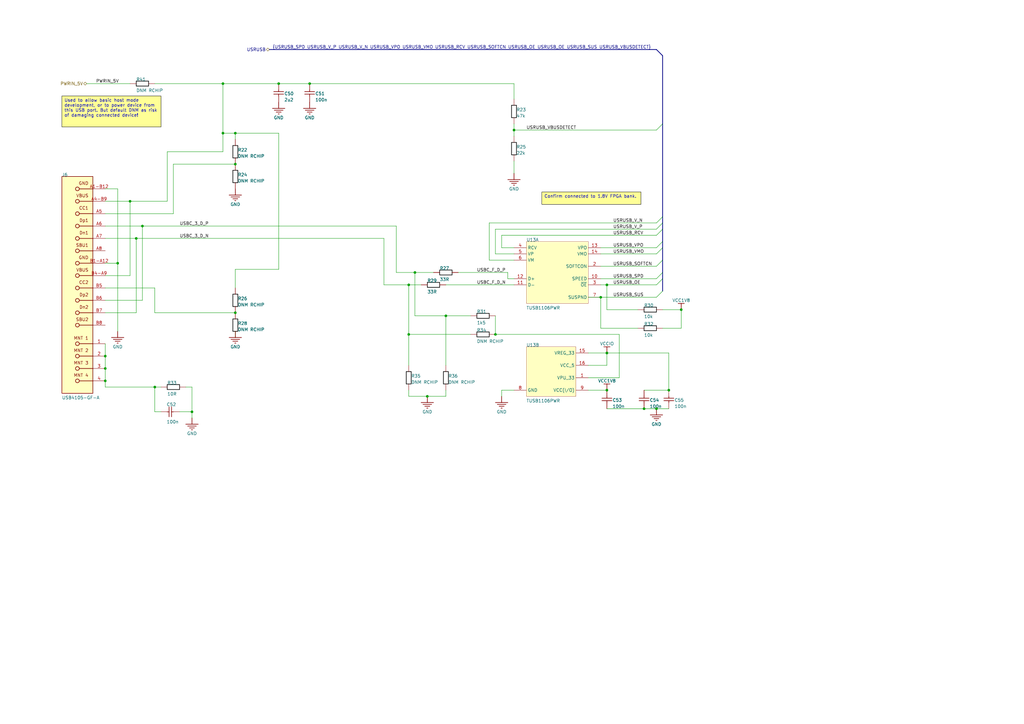
<source format=kicad_sch>
(kicad_sch (version 20231120) (generator "eeschema") (generator_version "8.0")
  (paper "A3")
  (title_block (title "NAE-SONATA-ONE") (date "2024-08-16") (rev "10") (company "NewAE Technology") (comment 2 "Apache-2"))
  (lib_symbols
    (symbol "SONATA-ONE-symbols:GND_POWER_GROUND" (power)
      (property "Reference" "#PWR" (at 0 0 0))
      (property "Value" "GND" (at 0 6.35 0))
      (symbol "GND_POWER_GROUND_0_0"
        (polyline (pts (xy -2.54 -2.54) (xy 2.54 -2.54)) (stroke (width 0.254)))
        (polyline (pts (xy -1.778 -3.302) (xy 1.778 -3.302)) (stroke (width 0.254)))
        (polyline (pts (xy -1.016 -4.064) (xy 1.016 -4.064)) (stroke (width 0.254)))
        (polyline (pts (xy -0.254 -4.826) (xy 0.254 -4.826)) (stroke (width 0.254)))
        (polyline (pts (xy 0 0) (xy 0 -2.54)) (stroke (width 0.254)))
        (pin power_in line (at 0 0 0) (length 0) hide (name "GND") (number ""))
      )
    )
    (symbol "SONATA-ONE-symbols:VCC1V8_BAR" (power)
      (property "Reference" "#PWR" (at 0 0 0))
      (property "Value" "VCC1V8" (at 0 3.81 0))
      (symbol "VCC1V8_BAR_0_0"
        (polyline (pts (xy -1.27 -2.54) (xy 1.27 -2.54)) (stroke (width 0.254)))
        (polyline (pts (xy 0 0) (xy 0 -2.54)) (stroke (width 0.254)))
        (pin power_in line (at 0 0 0) (length 0) hide (name "VCC1V8") (number ""))
      )
    )
    (symbol "SONATA-ONE-symbols:VCCIO_BAR" (power)
      (property "Reference" "#PWR" (at 0 0 0))
      (property "Value" "VCCIO" (at 0 3.81 0))
      (symbol "VCCIO_BAR_0_0"
        (polyline (pts (xy -1.27 -2.54) (xy 1.27 -2.54)) (stroke (width 0.254)))
        (polyline (pts (xy 0 0) (xy 0 -2.54)) (stroke (width 0.254)))
        (pin power_in line (at 0 0 0) (length 0) hide (name "VCCIO") (number ""))
      )
    )
    (symbol "SONATA-ONE-symbols:root_0_CAP"
      (symbol "root_0_CAP_1_0"
        (polyline (pts (xy -2.032 1.778) (xy 2.032 1.778)) (stroke (width 0.254)))
        (polyline (pts (xy 0 0) (xy 0 0.762)) (stroke (width 0.254)))
        (polyline (pts (xy 0 2.54) (xy 0 1.778)) (stroke (width 0.254)))
        (polyline (pts (xy 2.032 0.762) (xy -2.032 0.762)) (stroke (width 0.254)))
        (pin passive line (at 0 5.08 270) (length 2.54) (name "1") (number "1"))
        (pin passive line (at 0 -2.54 90) (length 2.54) (name "2") (number "2"))
      )
    )
    (symbol "SONATA-ONE-symbols:root_0_RES-EU"
      (symbol "root_0_RES-EU_1_0"
        (rectangle (start 1.016 2.54) (end -1.016 -2.54) (stroke (width 0.254) (color 0 0 0 1)))
        (pin passive line (at 0 5.08 270) (length 2.54) (name "1") (number "1"))
        (pin passive line (at 0 -5.08 90) (length 2.54) (name "2") (number "2"))
      )
    )
    (symbol "SONATA-ONE-symbols:root_0_e7c17a616881a82b79941196b4bec10"
      (property "Reference" "J" (at 0 0 0))
      (symbol "root_0_e7c17a616881a82b79941196b4bec10_1_0"
        (circle (center -11.43 -78.74) (radius 0.762) (stroke (width 0.254)))
        (circle (center -11.43 -73.66) (radius 0.762) (stroke (width 0.254)))
        (circle (center -11.43 -68.58) (radius 0.762) (stroke (width 0.254)))
        (circle (center -11.43 -63.5) (radius 0.762) (stroke (width 0.254)))
        (circle (center -11.43 -55.88) (radius 0.762) (stroke (width 0.254)))
        (circle (center -11.43 -50.8) (radius 0.762) (stroke (width 0.254)))
        (circle (center -11.43 -45.72) (radius 0.762) (stroke (width 0.254)))
        (circle (center -11.43 -40.64) (radius 0.762) (stroke (width 0.254)))
        (circle (center -11.43 -35.56) (radius 0.762) (stroke (width 0.254)))
        (circle (center -11.43 -30.48) (radius 0.762) (stroke (width 0.254)))
        (circle (center -11.43 -25.4) (radius 0.762) (stroke (width 0.254)))
        (circle (center -11.43 -20.32) (radius 0.762) (stroke (width 0.254)))
        (circle (center -11.43 -15.24) (radius 0.762) (stroke (width 0.254)))
        (circle (center -11.43 -10.16) (radius 0.762) (stroke (width 0.254)))
        (circle (center -11.43 -5.08) (radius 0.762) (stroke (width 0.254)))
        (circle (center -11.43 0) (radius 0.762) (stroke (width 0.254)))
        (rectangle (start -5.08 5.08) (end -17.78 -83.82) (stroke (width 0.254) (color 128 0 0 1)) (fill (type background)))
        (polyline (pts (xy -10.668 -78.74) (xy -5.08 -78.74)) (stroke (width 0.254)))
        (polyline (pts (xy -10.668 -73.66) (xy -5.08 -73.66)) (stroke (width 0.254)))
        (polyline (pts (xy -10.668 -68.58) (xy -5.08 -68.58)) (stroke (width 0.254)))
        (polyline (pts (xy -10.668 -63.5) (xy -5.08 -63.5)) (stroke (width 0.254)))
        (polyline (pts (xy -10.668 -55.88) (xy -5.08 -55.88)) (stroke (width 0.254)))
        (polyline (pts (xy -10.668 -50.8) (xy -5.08 -50.8)) (stroke (width 0.254)))
        (polyline (pts (xy -10.668 -45.72) (xy -5.08 -45.72)) (stroke (width 0.254)))
        (polyline (pts (xy -10.668 -40.64) (xy -5.08 -40.64)) (stroke (width 0.254)))
        (polyline (pts (xy -10.668 -35.56) (xy -5.08 -35.56)) (stroke (width 0.254)))
        (polyline (pts (xy -10.668 -30.48) (xy -5.08 -30.48)) (stroke (width 0.254)))
        (polyline (pts (xy -10.668 -25.4) (xy -5.08 -25.4)) (stroke (width 0.254)))
        (polyline (pts (xy -10.668 -20.32) (xy -5.08 -20.32)) (stroke (width 0.254)))
        (polyline (pts (xy -10.668 -15.24) (xy -5.08 -15.24)) (stroke (width 0.254)))
        (polyline (pts (xy -10.668 -10.16) (xy -5.08 -10.16)) (stroke (width 0.254)))
        (polyline (pts (xy -10.668 -5.08) (xy -5.08 -5.08)) (stroke (width 0.254)))
        (polyline (pts (xy -10.668 0) (xy -5.08 0)) (stroke (width 0.254)))
        (text "CC1" (at -6.858 -7.112 0) (effects (font (size 1.27 1.27)) (justify right top)))
        (text "CC2" (at -6.858 -37.592 0) (effects (font (size 1.27 1.27)) (justify right top)))
        (text "Dn1" (at -6.858 -17.272 0) (effects (font (size 1.27 1.27)) (justify right top)))
        (text "Dn2" (at -6.858 -47.752 0) (effects (font (size 1.27 1.27)) (justify right top)))
        (text "Dp1" (at -6.858 -12.192 0) (effects (font (size 1.27 1.27)) (justify right top)))
        (text "Dp2" (at -6.858 -42.672 0) (effects (font (size 1.27 1.27)) (justify right top)))
        (text "GND" (at -6.858 -27.432 0) (effects (font (size 1.27 1.27)) (justify right top)))
        (text "GND" (at -6.858 3.048 0) (effects (font (size 1.27 1.27)) (justify right top)))
        (text "MNT 1" (at -6.858 -60.452 0) (effects (font (size 1.27 1.27)) (justify right top)))
        (text "MNT 2" (at -6.858 -65.532 0) (effects (font (size 1.27 1.27)) (justify right top)))
        (text "MNT 3" (at -6.858 -70.612 0) (effects (font (size 1.27 1.27)) (justify right top)))
        (text "MNT 4" (at -6.858 -75.692 0) (effects (font (size 1.27 1.27)) (justify right top)))
        (text "SBU1" (at -6.858 -22.352 0) (effects (font (size 1.27 1.27)) (justify right top)))
        (text "SBU2" (at -6.858 -52.832 0) (effects (font (size 1.27 1.27)) (justify right top)))
        (text "VBUS" (at -6.858 -32.512 0) (effects (font (size 1.27 1.27)) (justify right top)))
        (text "VBUS" (at -6.858 -2.032 0) (effects (font (size 1.27 1.27)) (justify right top)))
        (pin power_in line (at 0 -63.5 180) (length 5.08) (name "MNT_1") (number "1"))
        (pin power_in line (at 0 -68.58 180) (length 5.08) (name "MNT_2") (number "2"))
        (pin power_in line (at 0 -73.66 180) (length 5.08) (name "MNT_3") (number "3"))
        (pin power_in line (at 0 -78.74 180) (length 5.08) (name "MNT_4") (number "4"))
        (pin power_in line (at 0 0 180) (length 5.08) (name "GND") (number "A1-B12"))
        (pin power_in line (at 0 -5.08 180) (length 5.08) (name "VBUS") (number "A4-B9"))
        (pin power_in line (at 0 -10.16 180) (length 5.08) (name "CC1") (number "A5"))
        (pin bidirectional line (at 0 -15.24 180) (length 5.08) (name "Dp1") (number "A6"))
        (pin bidirectional line (at 0 -20.32 180) (length 5.08) (name "Dn1") (number "A7"))
        (pin bidirectional line (at 0 -25.4 180) (length 5.08) (name "SBU1") (number "A8"))
        (pin bidirectional line (at 0 -30.48 180) (length 5.08) (name "GND") (number "B1-A12"))
        (pin bidirectional line (at 0 -35.56 180) (length 5.08) (name "VBUS") (number "B4-A9"))
        (pin bidirectional line (at 0 -40.64 180) (length 5.08) (name "CC2") (number "B5"))
        (pin bidirectional line (at 0 -45.72 180) (length 5.08) (name "Dp2") (number "B6"))
        (pin bidirectional line (at 0 -50.8 180) (length 5.08) (name "Dn2") (number "B7"))
        (pin power_in line (at 0 -55.88 180) (length 5.08) (name "SBU2") (number "B8"))
      )
    )
    (symbol "SONATA-ONE-symbols:root_0_mirrored_TI-TUSB1106-TSSOP_PW-16"
      (symbol "root_0_mirrored_TI-TUSB1106-TSSOP_PW-16_1_0"
        (rectangle (start 0 0) (end -25.4 -25.4) (stroke (width 0.0254) (color 128 0 0 1)) (fill (type background)))
        (pin input line (at 5.08 -15.24 180) (length 5.08) (name "SPEED") (number "10"))
        (pin bidirectional line (at -30.48 -17.78 0) (length 5.08) (name "D-") (number "11"))
        (pin bidirectional line (at -30.48 -15.24 0) (length 5.08) (name "D+") (number "12"))
        (pin input line (at 5.08 -2.54 180) (length 5.08) (name "VPO") (number "13"))
        (pin input line (at 5.08 -5.08 180) (length 5.08) (name "VMO") (number "14"))
        (pin input line (at 5.08 -10.16 180) (length 5.08) (name "SOFTCON") (number "2"))
        (pin input line (at 5.08 -17.78 180) (length 5.08) (name "~{OE}") (number "3"))
        (pin output line (at -30.48 -2.54 0) (length 5.08) (name "RCV") (number "4"))
        (pin output line (at -30.48 -5.08 0) (length 5.08) (name "VP") (number "5"))
        (pin output line (at -30.48 -7.62 0) (length 5.08) (name "VM") (number "6"))
        (pin input line (at 5.08 -22.86 180) (length 5.08) (name "SUSPND") (number "7"))
      )
      (symbol "root_0_mirrored_TI-TUSB1106-TSSOP_PW-16_2_0"
        (rectangle (start 0 0) (end -20.32 -20.32) (stroke (width 0.0254) (color 128 0 0 1)) (fill (type background)))
        (pin power_in line (at 5.08 -12.7 180) (length 5.08) (name "VPU_33") (number "1"))
        (pin power_in line (at 5.08 -2.54 180) (length 5.08) (name "VREG_33") (number "15"))
        (pin power_in line (at 5.08 -7.62 180) (length 5.08) (name "VCC_5") (number "16"))
        (pin power_in line (at -25.4 -17.78 0) (length 5.08) (name "GND") (number "8"))
        (pin power_in line (at 5.08 -17.78 180) (length 5.08) (name "VCC(I/O)") (number "9"))
      )
    )
    (symbol "SONATA-ONE-symbols:root_1_CAP"
      (symbol "root_1_CAP_1_0"
        (polyline (pts (xy -2.54 0) (xy -1.778 0)) (stroke (width 0.254)))
        (polyline (pts (xy -1.778 -2.032) (xy -1.778 2.032)) (stroke (width 0.254)))
        (polyline (pts (xy -0.762 2.032) (xy -0.762 -2.032)) (stroke (width 0.254)))
        (polyline (pts (xy 0 0) (xy -0.762 0)) (stroke (width 0.254)))
        (pin passive line (at -5.08 0 0) (length 2.54) (name "1") (number "1"))
        (pin passive line (at 2.54 0 180) (length 2.54) (name "2") (number "2"))
      )
    )
    (symbol "SONATA-ONE-symbols:root_1_RES-EU"
      (symbol "root_1_RES-EU_1_0"
        (rectangle (start 2.54 1.016) (end -2.54 -1.016) (stroke (width 0.254) (color 0 0 0 1)))
        (pin passive line (at -5.08 0 0) (length 2.54) (name "1") (number "1"))
        (pin passive line (at 5.08 0 180) (length 2.54) (name "2") (number "2"))
      )
    )
    (symbol "SONATA-ONE-symbols:root_2_RES-EU"
      (symbol "root_2_RES-EU_1_0"
        (rectangle (start 1.016 2.54) (end -1.016 -2.54) (stroke (width 0.254) (color 0 0 0 1)))
        (pin passive line (at 0 -5.08 90) (length 2.54) (name "1") (number "1"))
        (pin passive line (at 0 5.08 270) (length 2.54) (name "2") (number "2"))
      )
    )
    (symbol "SONATA-ONE-symbols:root_3_RES-EU"
      (symbol "root_3_RES-EU_1_0"
        (rectangle (start 2.54 1.016) (end -2.54 -1.016) (stroke (width 0.254) (color 0 0 0 1)))
        (pin passive line (at 5.08 0 180) (length 2.54) (name "1") (number "1"))
        (pin passive line (at -5.08 0 0) (length 2.54) (name "2") (number "2"))
      )
    )
  )
  (junction (at 264.16 167.64))
  (junction (at 269.24 167.64))
  (junction (at 91.44 34.29))
  (junction (at 248.92 116.84))
  (junction (at 78.74 168.91))
  (junction (at 58.42 92.71))
  (junction (at 96.52 54.61))
  (junction (at 246.38 121.92))
  (junction (at 55.88 97.79))
  (junction (at 43.18 151.13))
  (junction (at 210.82 53.34))
  (junction (at 248.92 160.02))
  (junction (at 43.18 146.05))
  (junction (at 114.3 34.29))
  (junction (at 48.26 107.95))
  (junction (at 279.4 127))
  (junction (at 63.5 158.75))
  (junction (at 43.18 156.21))
  (junction (at 167.64 116.84))
  (junction (at 203.2 137.16))
  (junction (at 96.52 128.27))
  (junction (at 175.26 162.56))
  (junction (at 248.92 144.78))
  (junction (at 127 34.29))
  (junction (at 53.34 82.55))
  (junction (at 182.88 129.54))
  (junction (at 96.52 67.31))
  (junction (at 91.44 54.61))
  (junction (at 167.64 137.16))
  (junction (at 170.18 111.76))
  (junction (at 274.32 160.02))
  (bus_entry (at 269.24 101.6) (size 2.54 -2.54))
  (bus_entry (at 269.24 114.3) (size 2.54 -2.54))
  (bus_entry (at 269.24 93.98) (size 2.54 -2.54))
  (bus_entry (at 269.24 109.22) (size 2.54 -2.54))
  (bus_entry (at 269.24 91.44) (size 2.54 -2.54))
  (bus_entry (at 269.24 104.14) (size 2.54 -2.54))
  (bus_entry (at 269.24 121.92) (size 2.54 -2.54))
  (bus_entry (at 269.24 53.34) (size 2.54 -2.54))
  (bus_entry (at 269.24 96.52) (size 2.54 -2.54))
  (bus_entry (at 269.24 116.84) (size 2.54 -2.54))
  (wire (pts (xy 182.88 149.86) (xy 182.88 129.54)))
  (wire (pts (xy 241.3 154.94) (xy 254 154.94)))
  (wire (pts (xy 205.74 101.6) (xy 205.74 96.52)))
  (wire (pts (xy 63.5 128.27) (xy 96.52 128.27)))
  (wire (pts (xy 248.92 116.84) (xy 246.38 116.84)))
  (wire (pts (xy 167.64 116.84) (xy 167.64 137.16)))
  (wire (pts (xy 182.88 160.02) (xy 182.88 162.56)))
  (wire (pts (xy 58.42 123.19) (xy 43.18 123.19)))
  (wire (pts (xy 114.3 110.49) (xy 114.3 54.61)))
  (wire (pts (xy 170.18 111.76) (xy 162.56 111.76)))
  (wire (pts (xy 175.26 162.56) (xy 167.64 162.56)))
  (wire (pts (xy 48.26 107.95) (xy 48.26 135.89)))
  (wire (pts (xy 248.92 167.64) (xy 264.16 167.64)))
  (wire (pts (xy 193.04 129.54) (xy 182.88 129.54)))
  (wire (pts (xy 177.8 111.76) (xy 170.18 111.76)))
  (wire (pts (xy 200.66 91.44) (xy 269.24 91.44)))
  (wire (pts (xy 271.78 134.62) (xy 279.4 134.62)))
  (bus (pts (xy 271.78 99.06) (xy 271.78 93.98)))
  (wire (pts (xy 210.82 106.68) (xy 200.66 106.68)))
  (wire (pts (xy 248.92 116.84) (xy 269.24 116.84)))
  (wire (pts (xy 96.52 110.49) (xy 114.3 110.49)))
  (wire (pts (xy 63.5 34.29) (xy 91.44 34.29)))
  (bus (pts (xy 271.78 88.9) (xy 271.78 50.8)))
  (wire (pts (xy 43.18 107.95) (xy 48.26 107.95)))
  (wire (pts (xy 246.38 104.14) (xy 269.24 104.14)))
  (wire (pts (xy 203.2 104.14) (xy 203.2 93.98)))
  (wire (pts (xy 43.18 128.27) (xy 55.88 128.27)))
  (wire (pts (xy 91.44 62.23) (xy 68.58 62.23)))
  (wire (pts (xy 114.3 54.61) (xy 96.52 54.61)))
  (wire (pts (xy 43.18 158.75) (xy 43.18 156.21)))
  (wire (pts (xy 63.5 118.11) (xy 63.5 128.27)))
  (wire (pts (xy 205.74 96.52) (xy 269.24 96.52)))
  (wire (pts (xy 172.72 116.84) (xy 167.64 116.84)))
  (bus (pts (xy 271.78 119.38) (xy 271.78 114.3)))
  (wire (pts (xy 241.3 160.02) (xy 248.92 160.02)))
  (wire (pts (xy 210.82 101.6) (xy 205.74 101.6)))
  (wire (pts (xy 210.82 160.02) (xy 205.74 160.02)))
  (wire (pts (xy 71.12 67.31) (xy 96.52 67.31)))
  (wire (pts (xy 63.5 168.91) (xy 63.5 158.75)))
  (wire (pts (xy 182.88 129.54) (xy 170.18 129.54)))
  (wire (pts (xy 200.66 106.68) (xy 200.66 91.44)))
  (wire (pts (xy 210.82 50.8) (xy 210.82 53.34)))
  (wire (pts (xy 203.2 137.16) (xy 203.2 129.54)))
  (bus (pts (xy 271.78 93.98) (xy 271.78 91.44)))
  (wire (pts (xy 241.3 149.86) (xy 248.92 149.86)))
  (wire (pts (xy 208.28 111.76) (xy 187.96 111.76)))
  (wire (pts (xy 35.56 34.29) (xy 53.34 34.29)))
  (wire (pts (xy 208.28 114.3) (xy 208.28 111.76)))
  (wire (pts (xy 43.18 87.63) (xy 71.12 87.63)))
  (wire (pts (xy 43.18 146.05) (xy 43.18 151.13)))
  (wire (pts (xy 157.48 116.84) (xy 157.48 97.79)))
  (wire (pts (xy 43.18 151.13) (xy 43.18 156.21)))
  (bus (pts (xy 271.78 111.76) (xy 271.78 106.68)))
  (wire (pts (xy 48.26 77.47) (xy 48.26 107.95)))
  (wire (pts (xy 210.82 116.84) (xy 182.88 116.84)))
  (wire (pts (xy 167.64 116.84) (xy 157.48 116.84)))
  (wire (pts (xy 274.32 160.02) (xy 264.16 160.02)))
  (wire (pts (xy 162.56 92.71) (xy 58.42 92.71)))
  (wire (pts (xy 91.44 34.29) (xy 91.44 54.61)))
  (wire (pts (xy 76.2 158.75) (xy 78.74 158.75)))
  (wire (pts (xy 248.92 149.86) (xy 248.92 144.78)))
  (wire (pts (xy 248.92 144.78) (xy 274.32 144.78)))
  (wire (pts (xy 55.88 128.27) (xy 55.88 97.79)))
  (wire (pts (xy 71.12 87.63) (xy 71.12 67.31)))
  (wire (pts (xy 162.56 111.76) (xy 162.56 92.71)))
  (wire (pts (xy 167.64 137.16) (xy 193.04 137.16)))
  (wire (pts (xy 241.3 121.92) (xy 246.38 121.92)))
  (wire (pts (xy 53.34 113.03) (xy 53.34 82.55)))
  (wire (pts (xy 53.34 82.55) (xy 43.18 82.55)))
  (wire (pts (xy 114.3 34.29) (xy 91.44 34.29)))
  (wire (pts (xy 248.92 144.78) (xy 241.3 144.78)))
  (wire (pts (xy 167.64 162.56) (xy 167.64 160.02)))
  (wire (pts (xy 96.52 54.61) (xy 91.44 54.61)))
  (wire (pts (xy 210.82 114.3) (xy 208.28 114.3)))
  (bus (pts (xy 271.78 50.8) (xy 271.78 22.86)))
  (wire (pts (xy 210.82 53.34) (xy 269.24 53.34)))
  (bus (pts (xy 271.78 22.86) (xy 269.24 20.32)))
  (wire (pts (xy 264.16 167.64) (xy 269.24 167.64)))
  (wire (pts (xy 58.42 92.71) (xy 58.42 123.19)))
  (wire (pts (xy 261.62 127) (xy 248.92 127)))
  (wire (pts (xy 203.2 93.98) (xy 269.24 93.98)))
  (wire (pts (xy 210.82 104.14) (xy 203.2 104.14)))
  (wire (pts (xy 254 137.16) (xy 203.2 137.16)))
  (wire (pts (xy 182.88 162.56) (xy 175.26 162.56)))
  (wire (pts (xy 210.82 66.04) (xy 210.82 71.12)))
  (wire (pts (xy 127 34.29) (xy 114.3 34.29)))
  (wire (pts (xy 96.52 135.89) (xy 96.52 138.43)))
  (wire (pts (xy 43.18 140.97) (xy 43.18 146.05)))
  (wire (pts (xy 68.58 82.55) (xy 53.34 82.55)))
  (wire (pts (xy 279.4 127) (xy 279.4 134.62)))
  (wire (pts (xy 43.18 118.11) (xy 63.5 118.11)))
  (wire (pts (xy 63.5 158.75) (xy 43.18 158.75)))
  (bus (pts (xy 110.49 20.32) (xy 269.24 20.32)))
  (wire (pts (xy 246.38 121.92) (xy 269.24 121.92)))
  (bus (pts (xy 271.78 114.3) (xy 271.78 111.76)))
  (wire (pts (xy 91.44 54.61) (xy 91.44 62.23)))
  (wire (pts (xy 269.24 167.64) (xy 274.32 167.64)))
  (wire (pts (xy 271.78 127) (xy 279.4 127)))
  (wire (pts (xy 261.62 134.62) (xy 246.38 134.62)))
  (wire (pts (xy 96.52 118.11) (xy 96.52 110.49)))
  (wire (pts (xy 246.38 134.62) (xy 246.38 121.92)))
  (wire (pts (xy 246.38 114.3) (xy 269.24 114.3)))
  (wire (pts (xy 43.18 77.47) (xy 48.26 77.47)))
  (wire (pts (xy 210.82 40.64) (xy 210.82 34.29)))
  (wire (pts (xy 167.64 137.16) (xy 167.64 149.86)))
  (wire (pts (xy 210.82 34.29) (xy 127 34.29)))
  (wire (pts (xy 96.52 57.15) (xy 96.52 54.61)))
  (wire (pts (xy 55.88 97.79) (xy 43.18 97.79)))
  (wire (pts (xy 246.38 101.6) (xy 269.24 101.6)))
  (wire (pts (xy 248.92 127) (xy 248.92 116.84)))
  (wire (pts (xy 78.74 168.91) (xy 73.66 168.91)))
  (wire (pts (xy 205.74 160.02) (xy 205.74 162.56)))
  (wire (pts (xy 246.38 109.22) (xy 269.24 109.22)))
  (wire (pts (xy 78.74 171.45) (xy 78.74 168.91)))
  (wire (pts (xy 43.18 92.71) (xy 58.42 92.71)))
  (wire (pts (xy 66.04 158.75) (xy 63.5 158.75)))
  (wire (pts (xy 78.74 158.75) (xy 78.74 168.91)))
  (bus (pts (xy 271.78 106.68) (xy 271.78 101.6)))
  (wire (pts (xy 68.58 62.23) (xy 68.58 82.55)))
  (wire (pts (xy 274.32 144.78) (xy 274.32 160.02)))
  (bus (pts (xy 271.78 101.6) (xy 271.78 99.06)))
  (wire (pts (xy 210.82 53.34) (xy 210.82 55.88)))
  (wire (pts (xy 157.48 97.79) (xy 55.88 97.79)))
  (wire (pts (xy 66.04 168.91) (xy 63.5 168.91)))
  (wire (pts (xy 43.18 113.03) (xy 53.34 113.03)))
  (wire (pts (xy 254 154.94) (xy 254 137.16)))
  (bus (pts (xy 271.78 91.44) (xy 271.78 88.9)))
  (wire (pts (xy 170.18 129.54) (xy 170.18 111.76)))
  (text_box "Confirm connected to 1.8V FPGA bank." (at 222.25 78.74 0) (size 40.64 5.08) (stroke (width 0) (color 0 0 0 1)) (fill (type color) (color 255 255 150 1)) (effects (font (size 1.27 1.27)) (justify left top)))
  (text_box "Used to allow basic host mode development, or to power device from this USB port. But default DNM as risk of damaging connected device!" (at 66.04 39.37 0) (size -40.64 12.7) (stroke (width 0) (color 0 0 0 1)) (fill (type color) (color 255 255 150 1)) (effects (font (size 1.27 1.27)) (justify left top)))
  (label "USRUSB_V_N" (at 251.46 91.44 0))
  (label "USBC_3_D_P" (at 73.66 92.71 0))
  (label "USRUSB_SUS" (at 251.46 121.92 0))
  (label "USBC_F_D_N" (at 195.58 116.84 0))
  (label "USBC_3_D_N" (at 73.66 97.79 0))
  (label "{USRUSB_SPD USRUSB_V_P USRUSB_V_N USRUSB_VPO USRUSB_VMO USRUSB_RCV USRUSB_SOFTCN USRUSB_OE USRUSB_OE USRUSB_SUS USRUSB_VBUSDETECT}" (at 111.76 20.32 0))
  (label "PWRIN_5V" (at 39.37 34.29 0))
  (label "USRUSB_VMO" (at 251.46 104.14 0))
  (label "USRUSB_RCV" (at 251.46 96.52 0))
  (label "USRUSB_VPO" (at 251.46 101.6 0))
  (label "USRUSB_SPD" (at 251.46 114.3 0))
  (label "USRUSB_V_P" (at 251.46 93.98 0))
  (label "USRUSB_SOFTCN" (at 251.46 109.22 0))
  (label "USRUSB_VBUSDETECT" (at 215.9 53.34 0))
  (label "USBC_F_D_P" (at 195.58 111.76 0))
  (label "USRUSB_OE" (at 251.46 116.84 0))
  (hierarchical_label "PWRIN_5V" (shape bidirectional) (at 35.56 34.29 180))
  (hierarchical_label "USRUSB" (shape bidirectional) (at 110.49 20.32 180))
  (symbol (lib_id "SONATA-ONE-symbols:root_0_mirrored_TI-TUSB1106-TSSOP_PW-16") (at 241.3 99.06 0) (unit 1)
    (property "Reference" "U13" (at 215.9 99.06 0) (effects (justify left bottom)))
    (property "Value" "TUSB1106PWR" (at 215.9 127 0) (effects (justify left bottom)))
    (property "Footprint" "SONATA-ONE-LIBRARY:PW0016A_L" (effects (hide yes)))
    (property "Description" "Advanced USB Transciever, Full Speed, Differential, +/-15 KV, -40 to 85 degC, 16-Pin TSSOP (PW), Green (RoHS & no Sb/Br)" (effects (hide yes)))
  )
  (symbol (lib_id "SONATA-ONE-symbols:root_1_RES-EU") (at 177.8 116.84 0) (unit 1)
    (property "Reference" "R29" (at 175.26 115.824 0) (effects (justify left bottom)))
    (property "Value" "33R" (at 175.26 120.396 0) (effects (justify left bottom)))
    (property "Footprint" "SONATA-ONE-LIBRARY:RESC1608X55N" (effects (hide yes)))
    (property "Description" "10k res, 0402, 1%, 1/16W" (effects (hide yes)))
    (property "MANUFACTURE PART NUMBER 1" "RC0603FR-0733RL" (effects (hide yes)))
  )
  (symbol (lib_id "SONATA-ONE-symbols:root_0_RES-EU") (at 96.52 62.23 0) (unit 1)
    (property "Reference" "R22" (at 97.536 62.23 0) (effects (justify left bottom)))
    (property "Value" "DNM RCHIP" (at 97.536 64.77 0) (effects (justify left bottom)))
    (property "Footprint" "SONATA-ONE-LIBRARY:RESC1608X55N" (effects (hide yes)))
    (property "Description" "10k res, 0402, 1%, 1/16W" (effects (hide yes)))
  )
  (symbol (lib_id "SONATA-ONE-symbols:root_1_RES-EU") (at 71.12 158.75 0) (unit 1)
    (property "Reference" "R33" (at 68.58 157.734 0) (effects (justify left bottom)))
    (property "Value" "10R" (at 68.58 162.306 0) (effects (justify left bottom)))
    (property "Footprint" "SONATA-ONE-LIBRARY:RESC1608X55N" (effects (hide yes)))
    (property "Description" "10k res, 0402, 1%, 1/16W" (effects (hide yes)))
    (property "MANUFACTURE PART NUMBER 1" "RC0603FR-0710RL" (effects (hide yes)))
  )
  (symbol (lib_id "SONATA-ONE-symbols:root_0_CAP") (at 264.16 165.1 0) (unit 1)
    (property "Reference" "C54" (at 266.446 164.846 0) (effects (justify left bottom)))
    (property "Value" "100n" (at 266.446 167.386 0) (effects (justify left bottom)))
    (property "Footprint" "SONATA-ONE-LIBRARY:CAPC0402_M" (effects (hide yes)))
    (property "Description" "100n, 0402" (effects (hide yes)))
    (property "MANUFACTURE PART NUMBER 1" "CGA2B3X7R1V104K050BB" (effects (hide yes)))
  )
  (symbol (lib_id "SONATA-ONE-symbols:GND_POWER_GROUND") (at 127 41.91 0) (unit 1)
    (property "Reference" "#PWR0235" (effects (hide yes)))
    (property "Value" "GND" (at 127 48.26 0))
    (property "Description" "Power symbol creates a global label with name 'GND'" (effects (hide yes)))
  )
  (symbol (lib_id "SONATA-ONE-symbols:root_1_RES-EU") (at 266.7 127 0) (unit 1)
    (property "Reference" "R30" (at 264.16 125.984 0) (effects (justify left bottom)))
    (property "Value" "10k" (at 264.16 130.556 0) (effects (justify left bottom)))
    (property "Footprint" "SONATA-ONE-LIBRARY:RESC1005X40N" (effects (hide yes)))
    (property "Description" "10k res, 0402, 1%, 1/16W" (effects (hide yes)))
    (property "MANUFACTURE PART NUMBER 1" "RC0402FR-0710KL" (effects (hide yes)))
  )
  (symbol (lib_id "SONATA-ONE-symbols:VCC1V8_BAR") (at 279.4 127 180) (unit 1)
    (property "Reference" "#PWR0242" (effects (hide yes)))
    (property "Value" "VCC1V8" (at 279.4 123.19 0))
    (property "Description" "Power symbol creates a global label with name 'VCC1V8'" (effects (hide yes)))
  )
  (symbol (lib_id "SONATA-ONE-symbols:GND_POWER_GROUND") (at 96.52 77.47 0) (unit 1)
    (property "Reference" "#PWR0232" (effects (hide yes)))
    (property "Value" "GND" (at 96.52 83.82 0))
    (property "Description" "Power symbol creates a global label with name 'GND'" (effects (hide yes)))
  )
  (symbol (lib_id "SONATA-ONE-symbols:root_0_mirrored_TI-TUSB1106-TSSOP_PW-16") (at 236.22 142.24 0) (unit 2)
    (property "Reference" "U13" (at 215.9 142.24 0) (effects (justify left bottom)))
    (property "Value" "TUSB1106PWR" (at 215.9 165.1 0) (effects (justify left bottom)))
    (property "Footprint" "SONATA-ONE-LIBRARY:PW0016A_L" (effects (hide yes)))
    (property "Description" "Advanced USB Transciever, Full Speed, Differential, +/-15 KV, -40 to 85 degC, 16-Pin TSSOP (PW), Green (RoHS & no Sb/Br)" (effects (hide yes)))
  )
  (symbol (lib_id "SONATA-ONE-symbols:root_0_CAP") (at 114.3 39.37 0) (unit 1)
    (property "Reference" "C50" (at 116.586 39.116 0) (effects (justify left bottom)))
    (property "Value" "2u2" (at 116.586 41.656 0) (effects (justify left bottom)))
    (property "Footprint" "SONATA-ONE-LIBRARY:CAPC0603_M" (effects (hide yes)))
    (property "Description" "100n, 0402" (effects (hide yes)))
    (property "MANUFACTURE PART NUMBER 1" "CL10B225KP8NNNC" (effects (hide yes)))
  )
  (symbol (lib_id "SONATA-ONE-symbols:root_1_RES-EU") (at 198.12 129.54 0) (unit 1)
    (property "Reference" "R31" (at 195.58 128.524 0) (effects (justify left bottom)))
    (property "Value" "1k5" (at 195.58 133.096 0) (effects (justify left bottom)))
    (property "Footprint" "SONATA-ONE-LIBRARY:RESC1608X55N" (effects (hide yes)))
    (property "Description" "10k res, 0402, 1%, 1/16W" (effects (hide yes)))
    (property "MANUFACTURE PART NUMBER 1" "RC0603FR-071K5L" (effects (hide yes)))
  )
  (symbol (lib_id "SONATA-ONE-symbols:VCCIO_BAR") (at 248.92 144.78 180) (unit 1)
    (property "Reference" "#PWR0239" (effects (hide yes)))
    (property "Value" "VCCIO" (at 248.92 140.97 0))
    (property "Description" "Power symbol creates a global label with name 'VCCIO'" (effects (hide yes)))
  )
  (symbol (lib_id "SONATA-ONE-symbols:VCC1V8_BAR") (at 248.92 160.02 180) (unit 1)
    (property "Reference" "#PWR0240" (effects (hide yes)))
    (property "Value" "VCC1V8" (at 248.92 156.21 0))
    (property "Description" "Power symbol creates a global label with name 'VCC1V8'" (effects (hide yes)))
  )
  (symbol (lib_id "SONATA-ONE-symbols:root_0_RES-EU") (at 96.52 123.19 0) (unit 1)
    (property "Reference" "R26" (at 97.536 123.19 0) (effects (justify left bottom)))
    (property "Value" "DNM RCHIP" (at 97.536 125.73 0) (effects (justify left bottom)))
    (property "Footprint" "SONATA-ONE-LIBRARY:RESC1608X55N" (effects (hide yes)))
    (property "Description" "10k res, 0402, 1%, 1/16W" (effects (hide yes)))
  )
  (symbol (lib_id "SONATA-ONE-symbols:root_0_RES-EU") (at 210.82 45.72 0) (unit 1)
    (property "Reference" "R23" (at 211.836 45.72 0) (effects (justify left bottom)))
    (property "Value" "47k" (at 211.836 48.26 0) (effects (justify left bottom)))
    (property "Footprint" "SONATA-ONE-LIBRARY:RESC1005X40N" (effects (hide yes)))
    (property "Description" "10k res, 0402, 1%, 1/16W" (effects (hide yes)))
    (property "MANUFACTURE PART NUMBER 1" "RC0402FR-0747KL" (effects (hide yes)))
  )
  (symbol (lib_id "SONATA-ONE-symbols:GND_POWER_GROUND") (at 269.24 167.64 0) (unit 1)
    (property "Reference" "#PWR0241" (effects (hide yes)))
    (property "Value" "GND" (at 269.24 173.99 0))
    (property "Description" "Power symbol creates a global label with name 'GND'" (effects (hide yes)))
  )
  (symbol (lib_id "SONATA-ONE-symbols:root_1_CAP") (at 71.12 168.91 0) (unit 1)
    (property "Reference" "C52" (at 68.326 166.624 0) (effects (justify left bottom)))
    (property "Value" "100n" (at 68.326 173.736 0) (effects (justify left bottom)))
    (property "Footprint" "SONATA-ONE-LIBRARY:CAPC0603_M" (effects (hide yes)))
    (property "Description" "100n, 0603" (effects (hide yes)))
    (property "MANUFACTURE PART NUMBER 1" "C0603C104K5RACTU" (effects (hide yes)))
  )
  (symbol (lib_id "SONATA-ONE-symbols:root_0_CAP") (at 274.32 165.1 0) (unit 1)
    (property "Reference" "C55" (at 276.606 164.846 0) (effects (justify left bottom)))
    (property "Value" "100n" (at 276.606 167.386 0) (effects (justify left bottom)))
    (property "Footprint" "SONATA-ONE-LIBRARY:CAPC0402_M" (effects (hide yes)))
    (property "Description" "100n, 0402" (effects (hide yes)))
    (property "MANUFACTURE PART NUMBER 1" "CGA2B3X7R1V104K050BB" (effects (hide yes)))
  )
  (symbol (lib_id "SONATA-ONE-symbols:GND_POWER_GROUND") (at 78.74 171.45 0) (unit 1)
    (property "Reference" "#PWR0231" (effects (hide yes)))
    (property "Value" "GND" (at 78.74 177.8 0))
    (property "Description" "Power symbol creates a global label with name 'GND'" (effects (hide yes)))
  )
  (symbol (lib_id "SONATA-ONE-symbols:root_0_CAP") (at 127 39.37 0) (unit 1)
    (property "Reference" "C51" (at 129.286 39.116 0) (effects (justify left bottom)))
    (property "Value" "100n" (at 129.286 41.656 0) (effects (justify left bottom)))
    (property "Footprint" "SONATA-ONE-LIBRARY:CAPC0402_M" (effects (hide yes)))
    (property "Description" "100n, 0402" (effects (hide yes)))
    (property "MANUFACTURE PART NUMBER 1" "CGA2B3X7R1V104K050BB" (effects (hide yes)))
  )
  (symbol (lib_id "SONATA-ONE-symbols:root_0_CAP") (at 248.92 165.1 0) (unit 1)
    (property "Reference" "C53" (at 251.206 164.846 0) (effects (justify left bottom)))
    (property "Value" "100n" (at 251.206 167.386 0) (effects (justify left bottom)))
    (property "Footprint" "SONATA-ONE-LIBRARY:CAPC0402_M" (effects (hide yes)))
    (property "Description" "100n, 0402" (effects (hide yes)))
    (property "MANUFACTURE PART NUMBER 1" "CGA2B3X7R1V104K050BB" (effects (hide yes)))
  )
  (symbol (lib_id "SONATA-ONE-symbols:root_3_RES-EU") (at 58.42 34.29 0) (unit 1)
    (property "Reference" "R41" (at 55.88 33.274 0) (effects (justify left bottom)))
    (property "Value" "DNM RCHIP" (at 55.88 37.846 0) (effects (justify left bottom)))
    (property "Footprint" "SONATA-ONE-LIBRARY:RESC1608X55N" (effects (hide yes)))
    (property "Description" "Do Not Mount Resistor" (effects (hide yes)))
  )
  (symbol (lib_id "SONATA-ONE-symbols:GND_POWER_GROUND") (at 205.74 162.56 0) (unit 1)
    (property "Reference" "#PWR0237" (effects (hide yes)))
    (property "Value" "GND" (at 205.74 168.91 0))
    (property "Description" "Power symbol creates a global label with name 'GND'" (effects (hide yes)))
  )
  (symbol (lib_id "SONATA-ONE-symbols:root_2_RES-EU") (at 167.64 154.94 0) (unit 1)
    (property "Reference" "R35" (at 168.656 154.94 0) (effects (justify left bottom)))
    (property "Value" "DNM RCHIP" (at 168.656 157.48 0) (effects (justify left bottom)))
    (property "Footprint" "SONATA-ONE-LIBRARY:RESC1608X55N" (effects (hide yes)))
    (property "Description" "Do Not Mount Resistor" (effects (hide yes)))
  )
  (symbol (lib_id "SONATA-ONE-symbols:root_1_RES-EU") (at 266.7 134.62 0) (unit 1)
    (property "Reference" "R32" (at 264.16 133.604 0) (effects (justify left bottom)))
    (property "Value" "10k" (at 264.16 138.176 0) (effects (justify left bottom)))
    (property "Footprint" "SONATA-ONE-LIBRARY:RESC1005X40N" (effects (hide yes)))
    (property "Description" "10k res, 0402, 1%, 1/16W" (effects (hide yes)))
    (property "MANUFACTURE PART NUMBER 1" "RC0402FR-0710KL" (effects (hide yes)))
  )
  (symbol (lib_id "SONATA-ONE-symbols:GND_POWER_GROUND") (at 48.26 135.89 0) (unit 1)
    (property "Reference" "#PWR0230" (effects (hide yes)))
    (property "Value" "GND" (at 48.26 142.24 0))
    (property "Description" "Power symbol creates a global label with name 'GND'" (effects (hide yes)))
  )
  (symbol (lib_id "SONATA-ONE-symbols:root_0_RES-EU") (at 96.52 133.35 0) (unit 1)
    (property "Reference" "R28" (at 97.536 133.35 0) (effects (justify left bottom)))
    (property "Value" "DNM RCHIP" (at 97.536 135.89 0) (effects (justify left bottom)))
    (property "Footprint" "SONATA-ONE-LIBRARY:RESC1608X55N" (effects (hide yes)))
    (property "Description" "10k res, 0402, 1%, 1/16W" (effects (hide yes)))
  )
  (symbol (lib_id "SONATA-ONE-symbols:root_1_RES-EU") (at 198.12 137.16 0) (unit 1)
    (property "Reference" "R34" (at 195.58 136.144 0) (effects (justify left bottom)))
    (property "Value" "DNM RCHIP" (at 195.58 140.716 0) (effects (justify left bottom)))
    (property "Footprint" "SONATA-ONE-LIBRARY:RESC1608X55N" (effects (hide yes)))
    (property "Description" "10k res, 0402, 1%, 1/16W" (effects (hide yes)))
  )
  (symbol (lib_id "SONATA-ONE-symbols:GND_POWER_GROUND") (at 114.3 41.91 0) (unit 1)
    (property "Reference" "#PWR0234" (effects (hide yes)))
    (property "Value" "GND" (at 114.3 48.26 0))
    (property "Description" "Power symbol creates a global label with name 'GND'" (effects (hide yes)))
  )
  (symbol (lib_id "SONATA-ONE-symbols:root_2_RES-EU") (at 182.88 154.94 0) (unit 1)
    (property "Reference" "R36" (at 183.896 154.94 0) (effects (justify left bottom)))
    (property "Value" "DNM RCHIP" (at 183.896 157.48 0) (effects (justify left bottom)))
    (property "Footprint" "SONATA-ONE-LIBRARY:RESC1608X55N" (effects (hide yes)))
    (property "Description" "Do Not Mount Resistor" (effects (hide yes)))
  )
  (symbol (lib_id "SONATA-ONE-symbols:GND_POWER_GROUND") (at 175.26 162.56 0) (unit 1)
    (property "Reference" "#PWR0236" (effects (hide yes)))
    (property "Value" "GND" (at 175.26 168.91 0))
    (property "Description" "Power symbol creates a global label with name 'GND'" (effects (hide yes)))
  )
  (symbol (lib_id "SONATA-ONE-symbols:root_0_e7c17a616881a82b79941196b4bec10") (at 43.18 77.47 0) (unit 1)
    (property "Reference" "J6" (at 25.4 72.39 0) (effects (justify left bottom)))
    (property "Value" "USB4105-GF-A" (at 25.4 163.83 0) (effects (justify left bottom)))
    (property "Footprint" "SONATA-ONE-LIBRARY:FP-USB4105-GF-A-MFG" (effects (hide yes)))
    (property "Description" "CONN RCPT USB2.0 TYPEC 5A" (effects (hide yes)))
  )
  (symbol (lib_id "SONATA-ONE-symbols:GND_POWER_GROUND") (at 210.82 71.12 0) (unit 1)
    (property "Reference" "#PWR0238" (effects (hide yes)))
    (property "Value" "GND" (at 210.82 77.47 0))
    (property "Description" "Power symbol creates a global label with name 'GND'" (effects (hide yes)))
  )
  (symbol (lib_id "SONATA-ONE-symbols:root_1_RES-EU") (at 182.88 111.76 0) (unit 1)
    (property "Reference" "R27" (at 180.34 110.744 0) (effects (justify left bottom)))
    (property "Value" "33R" (at 180.34 115.316 0) (effects (justify left bottom)))
    (property "Footprint" "SONATA-ONE-LIBRARY:RESC1608X55N" (effects (hide yes)))
    (property "Description" "10k res, 0402, 1%, 1/16W" (effects (hide yes)))
    (property "MANUFACTURE PART NUMBER 1" "RC0603FR-0733RL" (effects (hide yes)))
  )
  (symbol (lib_id "SONATA-ONE-symbols:root_0_RES-EU") (at 210.82 60.96 0) (unit 1)
    (property "Reference" "R25" (at 211.836 60.96 0) (effects (justify left bottom)))
    (property "Value" "22k" (at 211.836 63.5 0) (effects (justify left bottom)))
    (property "Footprint" "SONATA-ONE-LIBRARY:RESC1005X40N" (effects (hide yes)))
    (property "Description" "10k res, 0402, 1%, 1/16W" (effects (hide yes)))
    (property "MANUFACTURE PART NUMBER 1" "RC0402FR-0722KL" (effects (hide yes)))
  )
  (symbol (lib_id "SONATA-ONE-symbols:GND_POWER_GROUND") (at 96.52 135.89 0) (unit 1)
    (property "Reference" "#PWR0233" (effects (hide yes)))
    (property "Value" "GND" (at 96.52 142.24 0))
    (property "Description" "Power symbol creates a global label with name 'GND'" (effects (hide yes)))
  )
  (symbol (lib_id "SONATA-ONE-symbols:root_0_RES-EU") (at 96.52 72.39 0) (unit 1)
    (property "Reference" "R24" (at 97.536 72.39 0) (effects (justify left bottom)))
    (property "Value" "DNM RCHIP" (at 97.536 74.93 0) (effects (justify left bottom)))
    (property "Footprint" "SONATA-ONE-LIBRARY:RESC1608X55N" (effects (hide yes)))
    (property "Description" "10k res, 0402, 1%, 1/16W" (effects (hide yes)))
  )
)
</source>
